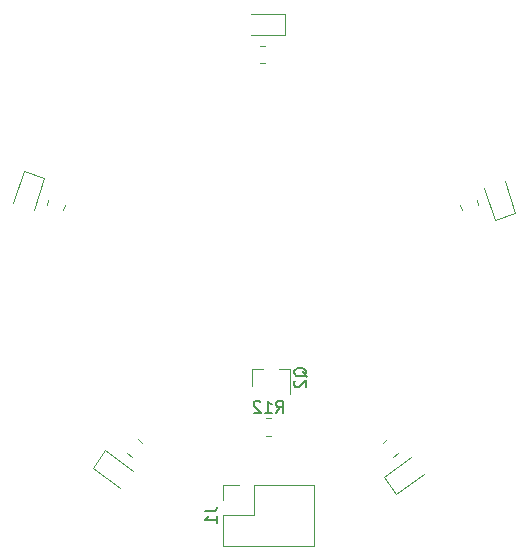
<source format=gbr>
%TF.GenerationSoftware,KiCad,Pcbnew,5.1.10-88a1d61d58~90~ubuntu20.04.1*%
%TF.CreationDate,2021-10-01T06:26:35-07:00*%
%TF.ProjectId,Moon_Addon,4d6f6f6e-5f41-4646-946f-6e2e6b696361,rev?*%
%TF.SameCoordinates,Original*%
%TF.FileFunction,Legend,Bot*%
%TF.FilePolarity,Positive*%
%FSLAX45Y45*%
G04 Gerber Fmt 4.5, Leading zero omitted, Abs format (unit mm)*
G04 Created by KiCad (PCBNEW 5.1.10-88a1d61d58~90~ubuntu20.04.1) date 2021-10-01 06:26:35*
%MOMM*%
%LPD*%
G01*
G04 APERTURE LIST*
%ADD10C,0.120000*%
%ADD11C,0.150000*%
G04 APERTURE END LIST*
D10*
%TO.C,R7*%
X11822290Y-9443828D02*
X11808256Y-9400638D01*
X11682484Y-9489253D02*
X11668451Y-9446063D01*
%TO.C,R8*%
X11101239Y-11576614D02*
X11137979Y-11549921D01*
X11014834Y-11457688D02*
X11051574Y-11430995D01*
%TO.C,R9*%
X8850021Y-11549921D02*
X8886761Y-11576614D01*
X8936426Y-11430995D02*
X8973166Y-11457688D01*
%TO.C,R10*%
X8179743Y-9400638D02*
X8165710Y-9443828D01*
X8319549Y-9446063D02*
X8305515Y-9489253D01*
%TO.C,R12*%
X10067706Y-11251500D02*
X10022294Y-11251500D01*
X10067706Y-11398500D02*
X10022294Y-11398500D01*
%TO.C,R6*%
X10016706Y-8099000D02*
X9971294Y-8099000D01*
X10016706Y-8246000D02*
X9971294Y-8246000D01*
%TO.C,Q2*%
X9907000Y-10834000D02*
X10000000Y-10834000D01*
X10223000Y-10834000D02*
X10130000Y-10834000D01*
X10223000Y-10834000D02*
X10223000Y-11050000D01*
X9907000Y-10834000D02*
X9907000Y-10980000D01*
%TO.C,D10*%
X7883613Y-9433440D02*
X7972765Y-9159060D01*
X7972765Y-9159060D02*
X8145857Y-9215301D01*
X8145857Y-9215301D02*
X8056705Y-9489681D01*
%TO.C,D9*%
X8789709Y-11841694D02*
X8556308Y-11672118D01*
X8556308Y-11672118D02*
X8663285Y-11524877D01*
X8663285Y-11524877D02*
X8896686Y-11694453D01*
%TO.C,D8*%
X11360094Y-11724137D02*
X11126693Y-11893713D01*
X11126693Y-11893713D02*
X11019716Y-11746472D01*
X11019716Y-11746472D02*
X11253117Y-11576896D01*
%TO.C,D7*%
X12042583Y-9243229D02*
X12131735Y-9517609D01*
X12131735Y-9517609D02*
X11958642Y-9573850D01*
X11958642Y-9573850D02*
X11869491Y-9299470D01*
%TO.C,D6*%
X9894000Y-7827500D02*
X10182500Y-7827500D01*
X10182500Y-7827500D02*
X10182500Y-8009500D01*
X10182500Y-8009500D02*
X9894000Y-8009500D01*
%TO.C,J1*%
X10433000Y-11813000D02*
X10433000Y-12333000D01*
X9919000Y-11813000D02*
X10433000Y-11813000D01*
X9659000Y-12333000D02*
X10433000Y-12333000D01*
X9919000Y-11813000D02*
X9919000Y-12073000D01*
X9919000Y-12073000D02*
X9659000Y-12073000D01*
X9659000Y-12073000D02*
X9659000Y-12333000D01*
X9792000Y-11813000D02*
X9659000Y-11813000D01*
X9659000Y-11813000D02*
X9659000Y-11946000D01*
%TO.C,R12*%
D11*
X10109286Y-11205238D02*
X10142619Y-11157619D01*
X10166429Y-11205238D02*
X10166429Y-11105238D01*
X10128333Y-11105238D01*
X10118810Y-11110000D01*
X10114048Y-11114762D01*
X10109286Y-11124286D01*
X10109286Y-11138571D01*
X10114048Y-11148095D01*
X10118810Y-11152857D01*
X10128333Y-11157619D01*
X10166429Y-11157619D01*
X10014048Y-11205238D02*
X10071190Y-11205238D01*
X10042619Y-11205238D02*
X10042619Y-11105238D01*
X10052143Y-11119524D01*
X10061667Y-11129048D01*
X10071190Y-11133810D01*
X9975952Y-11114762D02*
X9971190Y-11110000D01*
X9961667Y-11105238D01*
X9937857Y-11105238D01*
X9928333Y-11110000D01*
X9923571Y-11114762D01*
X9918810Y-11124286D01*
X9918810Y-11133810D01*
X9923571Y-11148095D01*
X9980714Y-11205238D01*
X9918810Y-11205238D01*
%TO.C,Q2*%
X10369762Y-10900476D02*
X10365000Y-10890952D01*
X10355476Y-10881429D01*
X10341190Y-10867143D01*
X10336429Y-10857619D01*
X10336429Y-10848095D01*
X10360238Y-10852857D02*
X10355476Y-10843333D01*
X10345952Y-10833810D01*
X10326905Y-10829048D01*
X10293571Y-10829048D01*
X10274524Y-10833810D01*
X10265000Y-10843333D01*
X10260238Y-10852857D01*
X10260238Y-10871905D01*
X10265000Y-10881429D01*
X10274524Y-10890952D01*
X10293571Y-10895714D01*
X10326905Y-10895714D01*
X10345952Y-10890952D01*
X10355476Y-10881429D01*
X10360238Y-10871905D01*
X10360238Y-10852857D01*
X10269762Y-10933810D02*
X10265000Y-10938571D01*
X10260238Y-10948095D01*
X10260238Y-10971905D01*
X10265000Y-10981429D01*
X10269762Y-10986190D01*
X10279286Y-10990952D01*
X10288810Y-10990952D01*
X10303095Y-10986190D01*
X10360238Y-10929048D01*
X10360238Y-10990952D01*
%TO.C,J1*%
X9504238Y-12039667D02*
X9575667Y-12039667D01*
X9589952Y-12034905D01*
X9599476Y-12025381D01*
X9604238Y-12011095D01*
X9604238Y-12001571D01*
X9604238Y-12139667D02*
X9604238Y-12082524D01*
X9604238Y-12111095D02*
X9504238Y-12111095D01*
X9518524Y-12101571D01*
X9528048Y-12092048D01*
X9532810Y-12082524D01*
%TD*%
M02*

</source>
